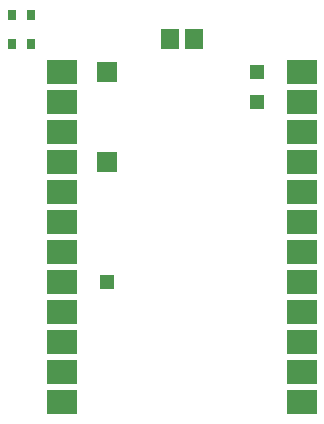
<source format=gbr>
G04 #@! TF.FileFunction,Paste,Top*
%FSLAX46Y46*%
G04 Gerber Fmt 4.6, Leading zero omitted, Abs format (unit mm)*
G04 Created by KiCad (PCBNEW 4.0.6-e0-6349~53~ubuntu14.04.1) date Mon Apr  3 13:59:57 2017*
%MOMM*%
%LPD*%
G01*
G04 APERTURE LIST*
%ADD10C,0.100000*%
%ADD11R,0.787000X0.864000*%
%ADD12R,2.540000X2.032000*%
%ADD13R,1.143000X1.143000*%
%ADD14R,1.778000X1.778000*%
%ADD15R,1.524000X1.778000*%
G04 APERTURE END LIST*
D10*
D11*
X131825500Y-80900000D03*
X133374500Y-80900000D03*
X131825500Y-83400000D03*
X133374500Y-83400000D03*
D12*
X136000000Y-85742000D03*
X136000000Y-88282000D03*
X136000000Y-90822000D03*
X136000000Y-93362000D03*
X136000000Y-95902000D03*
X136000000Y-98442000D03*
X136000000Y-100982000D03*
X136000000Y-103522000D03*
X136000000Y-106062000D03*
X136000000Y-108602000D03*
X136000000Y-111142000D03*
X136000000Y-113682000D03*
X156320000Y-113682000D03*
X156320000Y-111142000D03*
X156320000Y-108602000D03*
X156320000Y-106062000D03*
X156320000Y-103522000D03*
X156320000Y-100982000D03*
X156320000Y-98442000D03*
X156320000Y-95902000D03*
X156320000Y-93362000D03*
X156320000Y-90822000D03*
X156320000Y-88282000D03*
X156320000Y-85742000D03*
D13*
X152510000Y-85742000D03*
X152510000Y-88282000D03*
D14*
X139810000Y-93362000D03*
X139810000Y-85742000D03*
D13*
X139810000Y-103522000D03*
D15*
X145144000Y-82948000D03*
X147176000Y-82948000D03*
M02*

</source>
